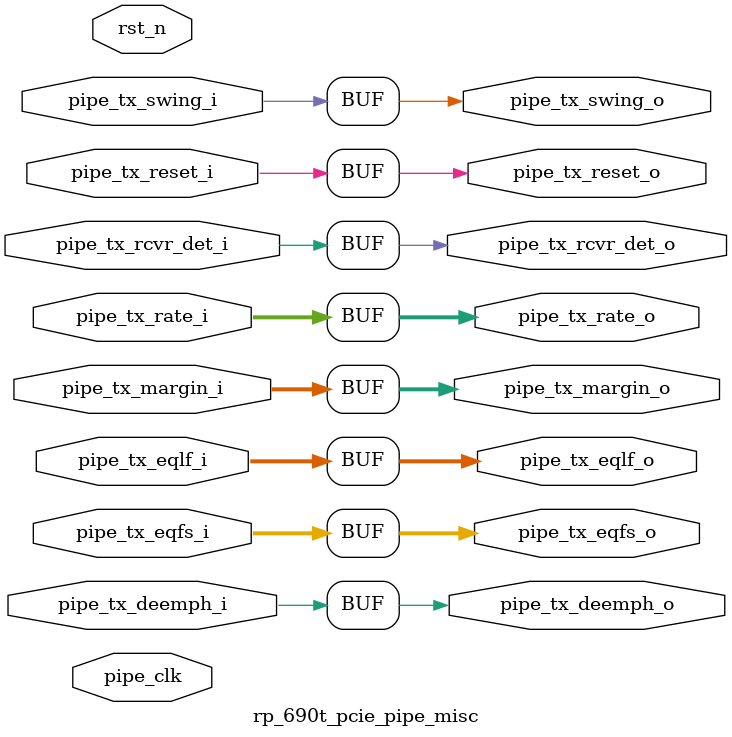
<source format=v>

`timescale 1ps/1ps

module rp_690t_pcie_pipe_misc #
(
  parameter        TCQ = 100,
  parameter        PIPE_PIPELINE_STAGES = 0    // 0 - 0 stages, 1 - 1 stage, 2 - 2 stages
) (

  input   wire        pipe_tx_rcvr_det_i      ,     // PIPE Tx Receiver Detect
  input   wire        pipe_tx_reset_i         ,     // PIPE Tx Reset
  input   wire [1:0]  pipe_tx_rate_i          ,     // PIPE Tx Rate
  input   wire        pipe_tx_deemph_i        ,     // PIPE Tx Deemphasis
  input   wire [2:0]  pipe_tx_margin_i        ,     // PIPE Tx Margin
  input   wire        pipe_tx_swing_i         ,     // PIPE Tx Swing
  input   wire [5:0]  pipe_tx_eqfs_i          ,     // PIPE Tx
  input   wire [5:0]  pipe_tx_eqlf_i          ,     // PIPE Tx
  output  wire        pipe_tx_rcvr_det_o      ,     // Pipelined PIPE Tx Receiver Detect
  output  wire        pipe_tx_reset_o         ,     // Pipelined PIPE Tx Reset
  output  wire [1:0]  pipe_tx_rate_o          ,     // Pipelined PIPE Tx Rate
  output  wire        pipe_tx_deemph_o        ,     // Pipelined PIPE Tx Deemphasis
  output  wire [2:0]  pipe_tx_margin_o        ,     // Pipelined PIPE Tx Margin
  output  wire        pipe_tx_swing_o         ,     // Pipelined PIPE Tx Swing
  output wire [5:0]  pipe_tx_eqfs_o           ,     // PIPE Tx
  output wire [5:0]  pipe_tx_eqlf_o           ,     // PIPE Tx

  input   wire        pipe_clk                ,     // PIPE Clock
  input   wire        rst_n                         // Reset
);

  //******************************************************************//
  // Reality check.                                                   //
  //******************************************************************//

  reg                pipe_tx_rcvr_det_q       ;
  reg                pipe_tx_reset_q          ;
  reg [1:0]          pipe_tx_rate_q           ;
  reg                pipe_tx_deemph_q         ;
  reg [2:0]          pipe_tx_margin_q         ;
  reg                pipe_tx_swing_q          ;
  reg                pipe_tx_eqfs_q          ;
  reg                pipe_tx_eqlf_q          ;

  reg                pipe_tx_rcvr_det_qq      ;
  reg                pipe_tx_reset_qq         ;
  reg [1:0]          pipe_tx_rate_qq          ;
  reg                pipe_tx_deemph_qq        ;
  reg [2:0]          pipe_tx_margin_qq        ;
  reg                pipe_tx_swing_qq         ;
  reg                pipe_tx_eqfs_qq          ;
  reg                pipe_tx_eqlf_qq          ;


  generate

  if (PIPE_PIPELINE_STAGES == 0) begin : pipe_stages_0

      assign pipe_tx_rcvr_det_o = pipe_tx_rcvr_det_i;
      assign pipe_tx_reset_o    = pipe_tx_reset_i;
      assign pipe_tx_rate_o     = pipe_tx_rate_i;
      assign pipe_tx_deemph_o   = pipe_tx_deemph_i;
      assign pipe_tx_margin_o   = pipe_tx_margin_i;
      assign pipe_tx_swing_o    = pipe_tx_swing_i;
      assign pipe_tx_eqfs_o     = pipe_tx_eqfs_i;
      assign pipe_tx_eqlf_o     = pipe_tx_eqlf_i;

  end // if (PIPE_PIPELINE_STAGES == 0)
  else if (PIPE_PIPELINE_STAGES == 1) begin : pipe_stages_1

    always @(posedge pipe_clk) begin

      if (!rst_n)
      begin

        pipe_tx_rcvr_det_q <= #TCQ 1'b0;
        pipe_tx_reset_q    <= #TCQ 1'b1;
        pipe_tx_rate_q     <= #TCQ 2'b0;
        pipe_tx_deemph_q   <= #TCQ 1'b1;
        pipe_tx_margin_q   <= #TCQ 3'b0;
        pipe_tx_swing_q    <= #TCQ 1'b0;
        pipe_tx_eqfs_q     <= #TCQ 5'b0;
        pipe_tx_eqlf_q     <= #TCQ 5'b0;

      end
      else
      begin

        pipe_tx_rcvr_det_q <= #TCQ pipe_tx_rcvr_det_i;
        pipe_tx_reset_q    <= #TCQ pipe_tx_reset_i;
        pipe_tx_rate_q     <= #TCQ pipe_tx_rate_i;
        pipe_tx_deemph_q   <= #TCQ pipe_tx_deemph_i;
        pipe_tx_margin_q   <= #TCQ pipe_tx_margin_i;
        pipe_tx_swing_q    <= #TCQ pipe_tx_swing_i;
        pipe_tx_eqfs_q     <= #TCQ pipe_tx_eqfs_i;
        pipe_tx_eqlf_q     <= #TCQ pipe_tx_eqlf_i;

      end

    end

    assign pipe_tx_rcvr_det_o = pipe_tx_rcvr_det_q;
    assign pipe_tx_reset_o    = pipe_tx_reset_q;
    assign pipe_tx_rate_o     = pipe_tx_rate_q;
    assign pipe_tx_deemph_o   = pipe_tx_deemph_q;
    assign pipe_tx_margin_o   = pipe_tx_margin_q;
    assign pipe_tx_swing_o    = pipe_tx_swing_q;
    assign pipe_tx_eqfs_o     = pipe_tx_eqfs_q;
    assign pipe_tx_eqlf_o     = pipe_tx_eqlf_q;

  end // if (PIPE_PIPELINE_STAGES == 1)
  else if (PIPE_PIPELINE_STAGES == 2) begin : pipe_stages_2

    always @(posedge pipe_clk) begin

      if (!rst_n)
      begin

        pipe_tx_rcvr_det_q  <= #TCQ 1'b0;
        pipe_tx_reset_q     <= #TCQ 1'b1;
        pipe_tx_rate_q      <= #TCQ 2'b0;
        pipe_tx_deemph_q    <= #TCQ 1'b1;
        pipe_tx_margin_q    <= #TCQ 1'b0;
        pipe_tx_swing_q     <= #TCQ 1'b0;
        pipe_tx_eqfs_q      <= #TCQ 5'b0;
        pipe_tx_eqlf_q      <= #TCQ 5'b0;

        pipe_tx_rcvr_det_qq <= #TCQ 1'b0;
        pipe_tx_reset_qq    <= #TCQ 1'b1;
        pipe_tx_rate_qq     <= #TCQ 2'b0;
        pipe_tx_deemph_qq   <= #TCQ 1'b1;
        pipe_tx_margin_qq   <= #TCQ 1'b0;
        pipe_tx_swing_qq    <= #TCQ 1'b0;
        pipe_tx_eqfs_qq     <= #TCQ 5'b0;
        pipe_tx_eqlf_qq     <= #TCQ 5'b0;

      end
      else
      begin

        pipe_tx_rcvr_det_q  <= #TCQ pipe_tx_rcvr_det_i;
        pipe_tx_reset_q     <= #TCQ pipe_tx_reset_i;
        pipe_tx_rate_q      <= #TCQ pipe_tx_rate_i;
        pipe_tx_deemph_q    <= #TCQ pipe_tx_deemph_i;
        pipe_tx_margin_q    <= #TCQ pipe_tx_margin_i;
        pipe_tx_swing_q     <= #TCQ pipe_tx_swing_i;
        pipe_tx_eqfs_q      <= #TCQ pipe_tx_eqfs_i;
        pipe_tx_eqlf_q      <= #TCQ pipe_tx_eqlf_i;

        pipe_tx_rcvr_det_qq <= #TCQ pipe_tx_rcvr_det_q;
        pipe_tx_reset_qq    <= #TCQ pipe_tx_reset_q;
        pipe_tx_rate_qq     <= #TCQ pipe_tx_rate_q;
        pipe_tx_deemph_qq   <= #TCQ pipe_tx_deemph_q;
        pipe_tx_margin_qq   <= #TCQ pipe_tx_margin_q;
        pipe_tx_swing_qq    <= #TCQ pipe_tx_swing_q;
        pipe_tx_eqfs_qq     <= #TCQ pipe_tx_eqfs_q;
        pipe_tx_eqlf_qq     <= #TCQ pipe_tx_eqlf_q;

      end

    end

    assign pipe_tx_rcvr_det_o = pipe_tx_rcvr_det_qq;
    assign pipe_tx_reset_o    = pipe_tx_reset_qq;
    assign pipe_tx_rate_o     = pipe_tx_rate_qq;
    assign pipe_tx_deemph_o   = pipe_tx_deemph_qq;
    assign pipe_tx_margin_o   = pipe_tx_margin_qq;
    assign pipe_tx_swing_o    = pipe_tx_swing_qq;
    assign pipe_tx_eqfs_o     = pipe_tx_eqfs_qq;
    assign pipe_tx_eqlf_o     = pipe_tx_eqlf_qq;

  end // if (PIPE_PIPELINE_STAGES == 2)

  // Default to zero pipeline stages if PIPE_PIPELINE_STAGES != 0,1,2
  else begin
    assign pipe_tx_rcvr_det_o = pipe_tx_rcvr_det_i;
    assign pipe_tx_reset_o    = pipe_tx_reset_i;
    assign pipe_tx_rate_o     = pipe_tx_rate_i;
    assign pipe_tx_deemph_o   = pipe_tx_deemph_i;
    assign pipe_tx_margin_o   = pipe_tx_margin_i;
    assign pipe_tx_swing_o    = pipe_tx_swing_i;
    assign pipe_tx_eqfs_o     = pipe_tx_eqfs_i;
    assign pipe_tx_eqlf_o     = pipe_tx_eqlf_i;
  end
  endgenerate

endmodule


</source>
